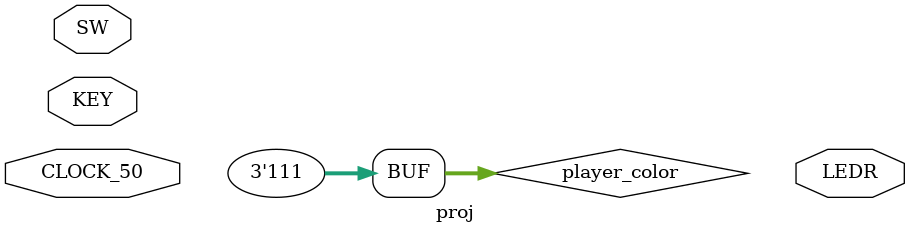
<source format=v>

module proj (
	input CLOCK_50,
	input [17:0] SW,
    input [3:0] KEY,
	output [17:0] LEDR);
	
	

    mechanics mech(
        // Inputs
        .reset_n(),
        .user_x(),
        .user_y(),
        .bees_x(),
        .bees_y(),
        // Outputs
        .game_reset(),
        .game_over(),
        .lives(),
        .score(),
        .high_score()
        );


    wire [3:0] player_dir;
    wire player_load_xy;
    wire player_clear;
    reg  [2:0] player_color = 3'b111;     // Change color to whatever
    wire [2:0] player_color_out;
    wire [6:0] player_x_out;
    wire [6:0] player_y_out;
    reg [6:0] player_x_start;
    reg [6:0] player_y_start;
    wire player_writeEn;
    reg [27:0] player_rate;
    reg [27:0] player_offset;

    datapath data_player(// Input
                        .clk(CLOCK_50),
                        .dir_in(player_dir),
                        .load_xy(player_load_xy),
                        .clear(player_clear),
                        .x_in(player_x_start),
                        .y_in(player_y_start),
                        .color_in(player_color),
                        // Output
                        .x_out(player_x_out),
                        .y_out(player_y_out),
                        .color_out(player_color_out),
                        .writeEn(player_writeEn)
                        );

    control ctrl_player(// Input
                        .clk(CLOCK_50),
                        .dir_in(KEY[3:0]),
                        .reset_n(),
                        .game_reset(),
                        .rate(player_rate),
                        .offset(player_offset),
                        // Outputs
                        .load_xy(player_load_xy),
                        .clear(player_clear),
                        .dir_out(player_dir)
                        );


    // fuck you quartus
endmodule 

</source>
